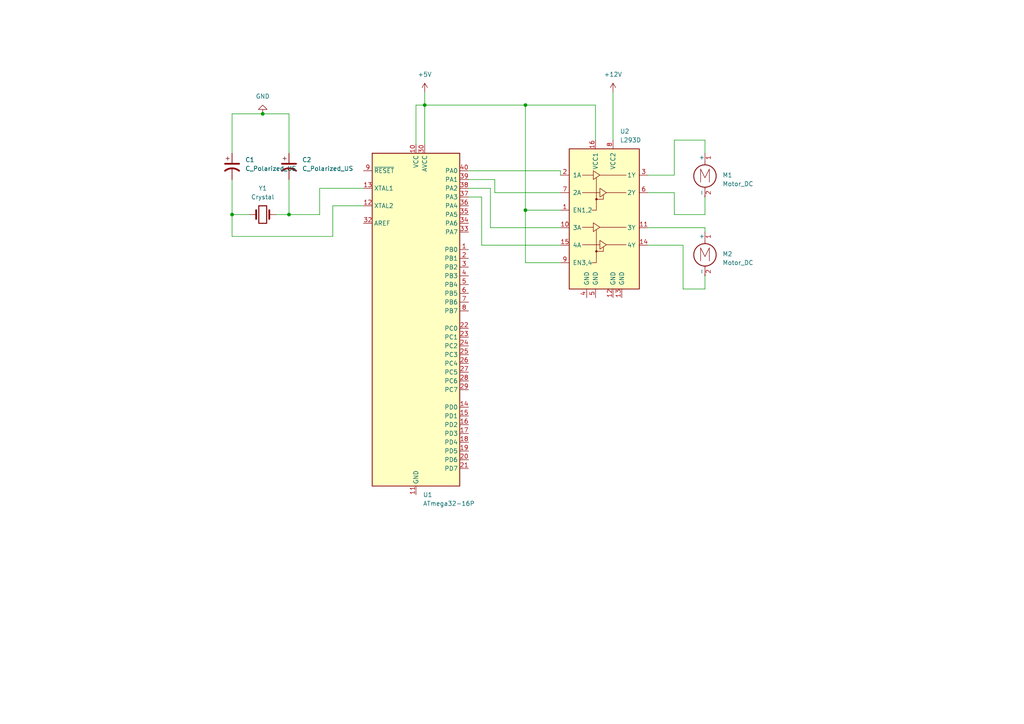
<source format=kicad_sch>
(kicad_sch (version 20211123) (generator eeschema)
  (paper "A4")
  (lib_symbols
    (symbol "Device:C_Polarized_US" (pin_numbers hide) (pin_names (offset 0.254) hide)
      (property "Reference" "C" (at 0.635 2.54 0))
      (property "Value" "C_Polarized_US" (at 0.635 -2.54 0))
      (symbol "C_Polarized_US_0_1"
        (polyline (pts (xy -2.032 0.762) (xy 2.032 0.762)) (stroke (width 0.508)))
        (polyline (pts (xy -1.778 2.286) (xy -0.762 2.286)))
        (polyline (pts (xy -1.27 1.778) (xy -1.27 2.794)))
        (arc (start 2.032 -1.27) (mid 0 -0.5572) (end -2.032 -1.27) (stroke (width 0.508)))
      )
      (symbol "C_Polarized_US_1_1"
        (pin passive line (at 0 3.81 270) (length 2.794) (name "~") (number "1"))
        (pin passive line (at 0 -3.81 90) (length 3.302) (name "~") (number "2"))
      )
    )
    (symbol "Device:Crystal" (pin_numbers hide) (pin_names (offset 1.016) hide)
      (property "Reference" "Y" (at 0 3.81 0))
      (property "Value" "Crystal" (at 0 -3.81 0))
      (symbol "Crystal_0_1"
        (rectangle (start -1.143 2.54) (end 1.143 -2.54) (stroke (width 0.3048)))
        (polyline (pts (xy -2.54 0) (xy -1.905 0)))
        (polyline (pts (xy -1.905 -1.27) (xy -1.905 1.27)) (stroke (width 0.508)))
        (polyline (pts (xy 1.905 -1.27) (xy 1.905 1.27)) (stroke (width 0.508)))
        (polyline (pts (xy 2.54 0) (xy 1.905 0)))
      )
      (symbol "Crystal_1_1"
        (pin passive line (at -3.81 0 0) (length 1.27) (name "1") (number "1"))
        (pin passive line (at 3.81 0 180) (length 1.27) (name "2") (number "2"))
      )
    )
    (symbol "Driver_Motor:L293D" (pin_names (offset 1.016))
      (property "Reference" "U" (at -5.08 26.035 0))
      (property "Value" "L293D" (at -5.08 24.13 0))
      (symbol "L293D_0_1"
        (rectangle (start -10.16 22.86) (end 10.16 -17.78) (stroke (width 0.254)) (fill (type background)))
        (circle (center -2.286 -6.858) (radius 0.254) (fill (type outline)))
        (circle (center -2.286 8.255) (radius 0.254) (fill (type outline)))
        (polyline (pts (xy -6.35 -4.953) (xy -1.27 -4.953)))
        (polyline (pts (xy -6.35 0.127) (xy -3.175 0.127)))
        (polyline (pts (xy -6.35 10.16) (xy -1.27 10.16)))
        (polyline (pts (xy -6.35 15.24) (xy -3.175 15.24)))
        (polyline (pts (xy -1.27 0.127) (xy 6.35 0.127)))
        (polyline (pts (xy -1.27 15.24) (xy 6.35 15.24)))
        (polyline (pts (xy 0.635 -4.953) (xy 6.35 -4.953)))
        (polyline (pts (xy 0.635 10.16) (xy 6.35 10.16)))
        (polyline (pts (xy -2.286 -6.858) (xy -0.254 -6.858) (xy -0.254 -5.588)))
        (polyline (pts (xy -2.286 -0.635) (xy -2.286 -10.16) (xy -3.556 -10.16)))
        (polyline (pts (xy -2.286 8.255) (xy -0.254 8.255) (xy -0.254 9.525)))
        (polyline (pts (xy -2.286 14.478) (xy -2.286 5.08) (xy -3.556 5.08)))
        (polyline (pts (xy -3.175 1.397) (xy -3.175 -1.143) (xy -1.27 0.127) (xy -3.175 1.397)))
        (polyline (pts (xy -3.175 16.51) (xy -3.175 13.97) (xy -1.27 15.24) (xy -3.175 16.51)))
        (polyline (pts (xy -1.27 -3.683) (xy -1.27 -6.223) (xy 0.635 -4.953) (xy -1.27 -3.683)))
        (polyline (pts (xy -1.27 11.43) (xy -1.27 8.89) (xy 0.635 10.16) (xy -1.27 11.43)))
      )
      (symbol "L293D_1_1"
        (pin input line (at -12.7 5.08 0) (length 2.54) (name "EN1,2") (number "1"))
        (pin input line (at -12.7 0 0) (length 2.54) (name "3A") (number "10"))
        (pin output line (at 12.7 0 180) (length 2.54) (name "3Y") (number "11"))
        (pin power_in line (at 2.54 -20.32 90) (length 2.54) (name "GND") (number "12"))
        (pin power_in line (at 5.08 -20.32 90) (length 2.54) (name "GND") (number "13"))
        (pin output line (at 12.7 -5.08 180) (length 2.54) (name "4Y") (number "14"))
        (pin input line (at -12.7 -5.08 0) (length 2.54) (name "4A") (number "15"))
        (pin power_in line (at -2.54 25.4 270) (length 2.54) (name "VCC1") (number "16"))
        (pin input line (at -12.7 15.24 0) (length 2.54) (name "1A") (number "2"))
        (pin output line (at 12.7 15.24 180) (length 2.54) (name "1Y") (number "3"))
        (pin power_in line (at -5.08 -20.32 90) (length 2.54) (name "GND") (number "4"))
        (pin power_in line (at -2.54 -20.32 90) (length 2.54) (name "GND") (number "5"))
        (pin output line (at 12.7 10.16 180) (length 2.54) (name "2Y") (number "6"))
        (pin input line (at -12.7 10.16 0) (length 2.54) (name "2A") (number "7"))
        (pin power_in line (at 2.54 25.4 270) (length 2.54) (name "VCC2") (number "8"))
        (pin input line (at -12.7 -10.16 0) (length 2.54) (name "EN3,4") (number "9"))
      )
    )
    (symbol "MCU_Microchip_ATmega:ATmega32-16P"
      (property "Reference" "U" (at -12.7 49.53 0))
      (property "Value" "ATmega32-16P" (at 2.54 -49.53 0))
      (symbol "ATmega32-16P_0_1"
        (rectangle (start -12.7 -48.26) (end 12.7 48.26) (stroke (width 0.254)) (fill (type background)))
      )
      (symbol "ATmega32-16P_1_1"
        (pin bidirectional line (at 15.24 20.32 180) (length 2.54) (name "PB0") (number "1"))
        (pin power_in line (at 0 50.8 270) (length 2.54) (name "VCC") (number "10"))
        (pin power_in line (at 0 -50.8 90) (length 2.54) (name "GND") (number "11"))
        (pin output line (at -15.24 33.02 0) (length 2.54) (name "XTAL2") (number "12"))
        (pin input line (at -15.24 38.1 0) (length 2.54) (name "XTAL1") (number "13"))
        (pin bidirectional line (at 15.24 -25.4 180) (length 2.54) (name "PD0") (number "14"))
        (pin bidirectional line (at 15.24 -27.94 180) (length 2.54) (name "PD1") (number "15"))
        (pin bidirectional line (at 15.24 -30.48 180) (length 2.54) (name "PD2") (number "16"))
        (pin bidirectional line (at 15.24 -33.02 180) (length 2.54) (name "PD3") (number "17"))
        (pin bidirectional line (at 15.24 -35.56 180) (length 2.54) (name "PD4") (number "18"))
        (pin bidirectional line (at 15.24 -38.1 180) (length 2.54) (name "PD5") (number "19"))
        (pin bidirectional line (at 15.24 17.78 180) (length 2.54) (name "PB1") (number "2"))
        (pin bidirectional line (at 15.24 -40.64 180) (length 2.54) (name "PD6") (number "20"))
        (pin bidirectional line (at 15.24 -43.18 180) (length 2.54) (name "PD7") (number "21"))
        (pin bidirectional line (at 15.24 -2.54 180) (length 2.54) (name "PC0") (number "22"))
        (pin bidirectional line (at 15.24 -5.08 180) (length 2.54) (name "PC1") (number "23"))
        (pin bidirectional line (at 15.24 -7.62 180) (length 2.54) (name "PC2") (number "24"))
        (pin bidirectional line (at 15.24 -10.16 180) (length 2.54) (name "PC3") (number "25"))
        (pin bidirectional line (at 15.24 -12.7 180) (length 2.54) (name "PC4") (number "26"))
        (pin bidirectional line (at 15.24 -15.24 180) (length 2.54) (name "PC5") (number "27"))
        (pin bidirectional line (at 15.24 -17.78 180) (length 2.54) (name "PC6") (number "28"))
        (pin bidirectional line (at 15.24 -20.32 180) (length 2.54) (name "PC7") (number "29"))
        (pin bidirectional line (at 15.24 15.24 180) (length 2.54) (name "PB2") (number "3"))
        (pin power_in line (at 2.54 50.8 270) (length 2.54) (name "AVCC") (number "30"))
        (pin passive line (at 0 -50.8 90) (length 2.54) hide (name "GND") (number "31"))
        (pin passive line (at -15.24 27.94 0) (length 2.54) (name "AREF") (number "32"))
        (pin bidirectional line (at 15.24 25.4 180) (length 2.54) (name "PA7") (number "33"))
        (pin bidirectional line (at 15.24 27.94 180) (length 2.54) (name "PA6") (number "34"))
        (pin bidirectional line (at 15.24 30.48 180) (length 2.54) (name "PA5") (number "35"))
        (pin bidirectional line (at 15.24 33.02 180) (length 2.54) (name "PA4") (number "36"))
        (pin bidirectional line (at 15.24 35.56 180) (length 2.54) (name "PA3") (number "37"))
        (pin bidirectional line (at 15.24 38.1 180) (length 2.54) (name "PA2") (number "38"))
        (pin bidirectional line (at 15.24 40.64 180) (length 2.54) (name "PA1") (number "39"))
        (pin bidirectional line (at 15.24 12.7 180) (length 2.54) (name "PB3") (number "4"))
        (pin bidirectional line (at 15.24 43.18 180) (length 2.54) (name "PA0") (number "40"))
        (pin bidirectional line (at 15.24 10.16 180) (length 2.54) (name "PB4") (number "5"))
        (pin bidirectional line (at 15.24 7.62 180) (length 2.54) (name "PB5") (number "6"))
        (pin bidirectional line (at 15.24 5.08 180) (length 2.54) (name "PB6") (number "7"))
        (pin bidirectional line (at 15.24 2.54 180) (length 2.54) (name "PB7") (number "8"))
        (pin input line (at -15.24 43.18 0) (length 2.54) (name "~{RESET}") (number "9"))
      )
    )
    (symbol "Motor:Motor_DC" (pin_names (offset 0))
      (property "Reference" "M" (at 2.54 2.54 0))
      (property "Value" "Motor_DC" (at 2.54 -5.08 0))
      (symbol "Motor_DC_0_0"
        (polyline (pts (xy -1.27 -3.302) (xy -1.27 0.508) (xy 0 -2.032) (xy 1.27 0.508) (xy 1.27 -3.302)))
      )
      (symbol "Motor_DC_0_1"
        (circle (center 0 -1.524) (radius 3.2512) (stroke (width 0.254)))
        (polyline (pts (xy 0 -7.62) (xy 0 -7.112)))
        (polyline (pts (xy 0 -4.7752) (xy 0 -5.1816)))
        (polyline (pts (xy 0 1.7272) (xy 0 2.0828)))
        (polyline (pts (xy 0 2.032) (xy 0 2.54)))
      )
      (symbol "Motor_DC_1_1"
        (pin passive line (at 0 5.08 270) (length 2.54) (name "+") (number "1"))
        (pin passive line (at 0 -7.62 90) (length 2.54) (name "-") (number "2"))
      )
    )
    (symbol "power:+12V" (power) (pin_names (offset 0))
      (property "Value" "+12V" (at 0 3.556 0))
      (symbol "+12V_0_1"
        (polyline (pts (xy -0.762 1.27) (xy 0 2.54)))
        (polyline (pts (xy 0 0) (xy 0 2.54)))
        (polyline (pts (xy 0 2.54) (xy 0.762 1.27)))
      )
      (symbol "+12V_1_1"
        (pin power_in line (at 0 0 90) (length 0) hide (name "+12V") (number "1"))
      )
    )
    (symbol "power:+5V" (power) (pin_names (offset 0))
      (property "Value" "+5V" (at 0 3.556 0))
      (symbol "+5V_0_1"
        (polyline (pts (xy -0.762 1.27) (xy 0 2.54)))
        (polyline (pts (xy 0 0) (xy 0 2.54)))
        (polyline (pts (xy 0 2.54) (xy 0.762 1.27)))
      )
      (symbol "+5V_1_1"
        (pin power_in line (at 0 0 90) (length 0) hide (name "+5V") (number "1"))
      )
    )
    (symbol "power:GND" (power) (pin_names (offset 0))
      (property "Value" "GND" (at 0 -3.81 0))
      (symbol "GND_0_1"
        (polyline (pts (xy 0 0) (xy 0 -1.27) (xy 1.27 -1.27) (xy 0 -2.54) (xy -1.27 -1.27) (xy 0 -1.27)))
      )
      (symbol "GND_1_1"
        (pin power_in line (at 0 0 270) (length 0) hide (name "GND") (number "1"))
      )
    )
  )
  (junction (at 83.82 62.23))
  (junction (at 152.4 60.96))
  (junction (at 152.4 30.48))
  (junction (at 76.2 33.02))
  (junction (at 67.31 62.23))
  (junction (at 123.19 30.48))
  (wire (pts (xy 123.19 30.48) (xy 123.19 41.91)))
  (wire (pts (xy 135.89 57.15) (xy 139.7 57.15)))
  (wire (pts (xy 135.89 49.53) (xy 162.56 49.53)))
  (wire (pts (xy 204.47 83.82) (xy 204.47 80.01)))
  (wire (pts (xy 143.51 55.88) (xy 162.56 55.88)))
  (wire (pts (xy 96.52 68.58) (xy 67.31 68.58)))
  (wire (pts (xy 142.24 66.04) (xy 162.56 66.04)))
  (wire (pts (xy 83.82 44.45) (xy 83.82 33.02)))
  (wire (pts (xy 204.47 66.04) (xy 204.47 67.31)))
  (wire (pts (xy 152.4 76.2) (xy 152.4 60.96)))
  (wire (pts (xy 195.58 50.8) (xy 195.58 40.64)))
  (wire (pts (xy 195.58 55.88) (xy 195.58 62.23)))
  (wire (pts (xy 204.47 62.23) (xy 204.47 57.15)))
  (wire (pts (xy 204.47 40.64) (xy 204.47 44.45)))
  (wire (pts (xy 187.96 66.04) (xy 204.47 66.04)))
  (wire (pts (xy 152.4 30.48) (xy 172.72 30.48)))
  (wire (pts (xy 198.12 83.82) (xy 204.47 83.82)))
  (wire (pts (xy 162.56 49.53) (xy 162.56 50.8)))
  (wire (pts (xy 135.89 54.61) (xy 142.24 54.61)))
  (wire (pts (xy 123.19 30.48) (xy 152.4 30.48)))
  (wire (pts (xy 92.71 62.23) (xy 83.82 62.23)))
  (wire (pts (xy 105.41 59.69) (xy 96.52 59.69)))
  (wire (pts (xy 123.19 26.67) (xy 123.19 30.48)))
  (wire (pts (xy 142.24 54.61) (xy 142.24 66.04)))
  (wire (pts (xy 67.31 62.23) (xy 72.39 62.23)))
  (wire (pts (xy 92.71 54.61) (xy 92.71 62.23)))
  (wire (pts (xy 177.8 26.67) (xy 177.8 40.64)))
  (wire (pts (xy 83.82 33.02) (xy 76.2 33.02)))
  (wire (pts (xy 67.31 52.07) (xy 67.31 62.23)))
  (wire (pts (xy 187.96 55.88) (xy 195.58 55.88)))
  (wire (pts (xy 195.58 40.64) (xy 204.47 40.64)))
  (wire (pts (xy 162.56 76.2) (xy 152.4 76.2)))
  (wire (pts (xy 152.4 60.96) (xy 152.4 30.48)))
  (wire (pts (xy 83.82 52.07) (xy 83.82 62.23)))
  (wire (pts (xy 143.51 52.07) (xy 143.51 55.88)))
  (wire (pts (xy 139.7 71.12) (xy 162.56 71.12)))
  (wire (pts (xy 172.72 30.48) (xy 172.72 40.64)))
  (wire (pts (xy 105.41 54.61) (xy 92.71 54.61)))
  (wire (pts (xy 120.65 41.91) (xy 120.65 30.48)))
  (wire (pts (xy 96.52 59.69) (xy 96.52 68.58)))
  (wire (pts (xy 67.31 44.45) (xy 67.31 33.02)))
  (wire (pts (xy 120.65 30.48) (xy 123.19 30.48)))
  (wire (pts (xy 195.58 62.23) (xy 204.47 62.23)))
  (wire (pts (xy 162.56 60.96) (xy 152.4 60.96)))
  (wire (pts (xy 139.7 57.15) (xy 139.7 71.12)))
  (wire (pts (xy 67.31 68.58) (xy 67.31 62.23)))
  (wire (pts (xy 198.12 71.12) (xy 198.12 83.82)))
  (wire (pts (xy 135.89 52.07) (xy 143.51 52.07)))
  (wire (pts (xy 187.96 71.12) (xy 198.12 71.12)))
  (wire (pts (xy 83.82 62.23) (xy 80.01 62.23)))
  (wire (pts (xy 187.96 50.8) (xy 195.58 50.8)))
  (wire (pts (xy 67.31 33.02) (xy 76.2 33.02)))
  (symbol (lib_id "Device:C_Polarized_US") (at 67.31 48.26 0) (unit 1)
    (property "Reference" "C1" (at 71.12 46.3549 0) (effects (justify left)))
    (property "Value" "C_Polarized_US" (at 71.12 48.8949 0) (effects (justify left)))
    (property "Footprint" "Capacitor_SMD:CP_Elec_3x5.3" (effects hide))
  )
  (symbol (lib_id "power:+5V") (at 123.19 26.67 0) (unit 1)
    (property "Reference" "#PWR02" (effects hide))
    (property "Value" "+5V" (at 123.19 21.59 0))
  )
  (symbol (lib_id "power:+12V") (at 177.8 26.67 0) (unit 1)
    (property "Reference" "#PWR03" (effects hide))
    (property "Value" "+12V" (at 177.8 21.59 0))
  )
  (symbol (lib_id "power:GND") (at 76.2 33.02 180) (unit 1)
    (property "Reference" "#PWR01" (effects hide))
    (property "Value" "GND" (at 76.2 27.94 0))
  )
  (symbol (lib_id "Motor:Motor_DC") (at 204.47 72.39 0) (unit 1)
    (property "Reference" "M2" (at 209.55 73.6599 0) (effects (justify left)))
    (property "Value" "Motor_DC" (at 209.55 76.1999 0) (effects (justify left)))
    (property "Footprint" "Connector_PinHeader_1.27mm:PinHeader_1x02_P1.27mm_Vertical" (effects hide))
  )
  (symbol (lib_id "Motor:Motor_DC") (at 204.47 49.53 0) (unit 1)
    (property "Reference" "M1" (at 209.55 50.7999 0) (effects (justify left)))
    (property "Value" "Motor_DC" (at 209.55 53.3399 0) (effects (justify left)))
    (property "Footprint" "Connector_PinHeader_1.27mm:PinHeader_1x02_P1.27mm_Vertical" (effects hide))
  )
  (symbol (lib_id "MCU_Microchip_ATmega:ATmega32-16P") (at 120.65 92.71 0) (unit 1)
    (property "Reference" "U1" (at 122.6694 143.51 0) (effects (justify left)))
    (property "Value" "ATmega32-16P" (at 122.6694 146.05 0) (effects (justify left)))
    (property "Footprint" "Package_DIP:DIP-40_W15.24mm" (effects hide))
    (property "Datasheet" "http://ww1.microchip.com/downloads/en/DeviceDoc/doc2503.pdf" (effects hide))
  )
  (symbol (lib_id "Driver_Motor:L293D") (at 175.26 66.04 0) (unit 1)
    (property "Reference" "U2" (at 179.8194 38.1 0) (effects (justify left)))
    (property "Value" "L293D" (at 179.8194 40.64 0) (effects (justify left)))
    (property "Footprint" "Package_DIP:DIP-16_W7.62mm" (effects hide))
    (property "Datasheet" "http://www.ti.com/lit/ds/symlink/l293.pdf" (effects hide))
  )
  (symbol (lib_id "Device:Crystal") (at 76.2 62.23 0) (unit 1)
    (property "Reference" "Y1" (at 76.2 54.61 0))
    (property "Value" "Crystal" (at 76.2 57.15 0))
    (property "Footprint" "Crystal:Crystal_AT310_D3.0mm_L10.0mm_Horizontal" (effects hide))
  )
  (symbol (lib_id "Device:C_Polarized_US") (at 83.82 48.26 0) (unit 1)
    (property "Reference" "C2" (at 87.63 46.3549 0) (effects (justify left)))
    (property "Value" "C_Polarized_US" (at 87.63 48.8949 0) (effects (justify left)))
    (property "Footprint" "Capacitor_SMD:CP_Elec_3x5.3" (effects hide))
  )
)
</source>
